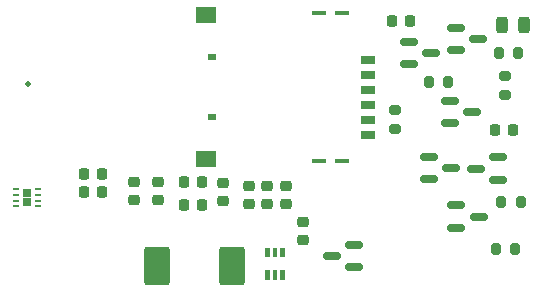
<source format=gbr>
%TF.GenerationSoftware,KiCad,Pcbnew,8.0.5*%
%TF.CreationDate,2024-10-16T14:28:01+03:00*%
%TF.ProjectId,LEXI-R422-Rev 3,4c455849-2d52-4343-9232-2d5265762033,rev?*%
%TF.SameCoordinates,Original*%
%TF.FileFunction,Paste,Top*%
%TF.FilePolarity,Positive*%
%FSLAX46Y46*%
G04 Gerber Fmt 4.6, Leading zero omitted, Abs format (unit mm)*
G04 Created by KiCad (PCBNEW 8.0.5) date 2024-10-16 14:28:01*
%MOMM*%
%LPD*%
G01*
G04 APERTURE LIST*
G04 Aperture macros list*
%AMRoundRect*
0 Rectangle with rounded corners*
0 $1 Rounding radius*
0 $2 $3 $4 $5 $6 $7 $8 $9 X,Y pos of 4 corners*
0 Add a 4 corners polygon primitive as box body*
4,1,4,$2,$3,$4,$5,$6,$7,$8,$9,$2,$3,0*
0 Add four circle primitives for the rounded corners*
1,1,$1+$1,$2,$3*
1,1,$1+$1,$4,$5*
1,1,$1+$1,$6,$7*
1,1,$1+$1,$8,$9*
0 Add four rect primitives between the rounded corners*
20,1,$1+$1,$2,$3,$4,$5,0*
20,1,$1+$1,$4,$5,$6,$7,0*
20,1,$1+$1,$6,$7,$8,$9,0*
20,1,$1+$1,$8,$9,$2,$3,0*%
G04 Aperture macros list end*
%ADD10C,0.010000*%
%ADD11RoundRect,0.225000X0.250000X-0.225000X0.250000X0.225000X-0.250000X0.225000X-0.250000X-0.225000X0*%
%ADD12RoundRect,0.250001X-0.837499X-1.399999X0.837499X-1.399999X0.837499X1.399999X-0.837499X1.399999X0*%
%ADD13RoundRect,0.225000X-0.225000X-0.250000X0.225000X-0.250000X0.225000X0.250000X-0.225000X0.250000X0*%
%ADD14RoundRect,0.150000X-0.587500X-0.150000X0.587500X-0.150000X0.587500X0.150000X-0.587500X0.150000X0*%
%ADD15R,1.150000X0.650000*%
%ADD16R,1.300000X0.450000*%
%ADD17R,1.700000X1.400000*%
%ADD18R,0.800000X0.540000*%
%ADD19RoundRect,0.200000X-0.200000X-0.275000X0.200000X-0.275000X0.200000X0.275000X-0.200000X0.275000X0*%
%ADD20RoundRect,0.150000X0.587500X0.150000X-0.587500X0.150000X-0.587500X-0.150000X0.587500X-0.150000X0*%
%ADD21RoundRect,0.200000X0.200000X0.275000X-0.200000X0.275000X-0.200000X-0.275000X0.200000X-0.275000X0*%
%ADD22R,0.750000X0.650000*%
%ADD23RoundRect,0.062500X-0.187500X-0.062500X0.187500X-0.062500X0.187500X0.062500X-0.187500X0.062500X0*%
%ADD24RoundRect,0.225000X0.225000X0.250000X-0.225000X0.250000X-0.225000X-0.250000X0.225000X-0.250000X0*%
%ADD25RoundRect,0.200000X0.275000X-0.200000X0.275000X0.200000X-0.275000X0.200000X-0.275000X-0.200000X0*%
%ADD26RoundRect,0.225000X-0.250000X0.225000X-0.250000X-0.225000X0.250000X-0.225000X0.250000X0.225000X0*%
%ADD27C,0.500000*%
%ADD28RoundRect,0.243750X-0.243750X-0.456250X0.243750X-0.456250X0.243750X0.456250X-0.243750X0.456250X0*%
G04 APERTURE END LIST*
D10*
%TO.C,D1*%
X46900000Y1176111D02*
X46598454Y1176111D01*
X46598454Y1925000D01*
X46900000Y1925000D01*
X46900000Y1176111D01*
G36*
X46900000Y1176111D02*
G01*
X46598454Y1176111D01*
X46598454Y1925000D01*
X46900000Y1925000D01*
X46900000Y1176111D01*
G37*
X46900000Y-725920D02*
X46599445Y-725920D01*
X46599445Y25000D01*
X46900000Y25000D01*
X46900000Y-725920D01*
G36*
X46900000Y-725920D02*
G01*
X46599445Y-725920D01*
X46599445Y25000D01*
X46900000Y25000D01*
X46900000Y-725920D01*
G37*
X47550000Y-726250D02*
X47249858Y-726250D01*
X47249858Y25000D01*
X47550000Y25000D01*
X47550000Y-726250D01*
G36*
X47550000Y-726250D02*
G01*
X47249858Y-726250D01*
X47249858Y25000D01*
X47550000Y25000D01*
X47550000Y-726250D01*
G37*
X47550000Y1175076D02*
X47249980Y1175076D01*
X47249980Y1925000D01*
X47550000Y1925000D01*
X47550000Y1175076D01*
G36*
X47550000Y1175076D02*
G01*
X47249980Y1175076D01*
X47249980Y1925000D01*
X47550000Y1925000D01*
X47550000Y1175076D01*
G37*
X48200000Y1175043D02*
X47900037Y1175043D01*
X47900037Y1925000D01*
X48200000Y1925000D01*
X48200000Y1175043D01*
G36*
X48200000Y1175043D02*
G01*
X47900037Y1175043D01*
X47900037Y1925000D01*
X48200000Y1925000D01*
X48200000Y1175043D01*
G37*
X48200000Y-726090D02*
X47900413Y-726090D01*
X47900413Y25000D01*
X48200000Y25000D01*
X48200000Y-726090D01*
G36*
X48200000Y-726090D02*
G01*
X47900413Y-726090D01*
X47900413Y25000D01*
X48200000Y25000D01*
X48200000Y-726090D01*
G37*
%TD*%
D11*
%TO.C,C1*%
X48400000Y5625000D03*
X48400000Y7175000D03*
%TD*%
%TO.C,C2*%
X46800000Y5625000D03*
X46800000Y7175000D03*
%TD*%
%TO.C,C3*%
X45200000Y5625000D03*
X45200000Y7175000D03*
%TD*%
%TO.C,C4*%
X49850000Y2575000D03*
X49850000Y4125000D03*
%TD*%
D12*
%TO.C,C6*%
X37412500Y400000D03*
X43787500Y400000D03*
%TD*%
D11*
%TO.C,C7*%
X37500000Y5950000D03*
X37500000Y7500000D03*
%TD*%
D13*
%TO.C,C8*%
X31250000Y8174800D03*
X32800000Y8174800D03*
%TD*%
%TO.C,C9*%
X39725000Y5500000D03*
X41275000Y5500000D03*
%TD*%
%TO.C,C10*%
X31250000Y6600000D03*
X32800000Y6600000D03*
%TD*%
%TO.C,C11*%
X39725000Y7500000D03*
X41275000Y7500000D03*
%TD*%
D11*
%TO.C,C12*%
X35500000Y5950000D03*
X35500000Y7500000D03*
%TD*%
D14*
%TO.C,Q8*%
X62725000Y20550000D03*
X62725000Y18650000D03*
X64600000Y19600000D03*
%TD*%
D15*
%TO.C,J11*%
X55295000Y12745000D03*
X55295000Y15285000D03*
X55295000Y17825000D03*
X55295000Y11475000D03*
X55295000Y14015000D03*
X55295000Y16555000D03*
D16*
X53125000Y9230000D03*
X51125000Y9230000D03*
X53125000Y21770000D03*
X51125000Y21770000D03*
D17*
X41565000Y21605000D03*
X41565000Y9395000D03*
D18*
X42145000Y12960000D03*
X42145000Y18040000D03*
%TD*%
D19*
%TO.C,R6*%
X66150000Y1800000D03*
X67800000Y1800000D03*
%TD*%
D20*
%TO.C,Q5*%
X66337500Y7650000D03*
X66337500Y9550000D03*
X64462500Y8600000D03*
%TD*%
D21*
%TO.C,R7*%
X62125000Y15900000D03*
X60475000Y15900000D03*
%TD*%
D22*
%TO.C,U1*%
X26450000Y6550000D03*
X26450000Y5750000D03*
D23*
X25500000Y6900000D03*
X25500000Y6400000D03*
X25500000Y5900000D03*
X25500000Y5400000D03*
X27400000Y5400000D03*
X27400000Y5900000D03*
X27400000Y6400000D03*
X27400000Y6900000D03*
%TD*%
D24*
%TO.C,C16*%
X58875000Y21090000D03*
X57325000Y21090000D03*
%TD*%
D13*
%TO.C,C17*%
X66025000Y11880000D03*
X67575000Y11880000D03*
%TD*%
D19*
%TO.C,R8*%
X66575000Y5800000D03*
X68225000Y5800000D03*
%TD*%
D25*
%TO.C,R9*%
X57600000Y11950000D03*
X57600000Y13600000D03*
%TD*%
D14*
%TO.C,Q1*%
X58775000Y19330000D03*
X58775000Y17430000D03*
X60650000Y18380000D03*
%TD*%
D21*
%TO.C,R2*%
X68025000Y18400000D03*
X66375000Y18400000D03*
%TD*%
D14*
%TO.C,Q2*%
X62800000Y5500000D03*
X62800000Y3600000D03*
X64675000Y4550000D03*
%TD*%
%TO.C,Q6*%
X60462500Y9600000D03*
X60462500Y7700000D03*
X62337500Y8650000D03*
%TD*%
D26*
%TO.C,C15*%
X43000000Y7400000D03*
X43000000Y5850000D03*
%TD*%
D27*
%TO.C,TP1*%
X26550000Y15790000D03*
%TD*%
D28*
%TO.C,D2*%
X66662500Y20800000D03*
X68537500Y20800000D03*
%TD*%
D14*
%TO.C,Q4*%
X62262500Y14350000D03*
X62262500Y12450000D03*
X64137500Y13400000D03*
%TD*%
D25*
%TO.C,R5*%
X66910000Y14835000D03*
X66910000Y16485000D03*
%TD*%
D20*
%TO.C,Q3*%
X54137500Y250000D03*
X54137500Y2150000D03*
X52262500Y1200000D03*
%TD*%
M02*

</source>
